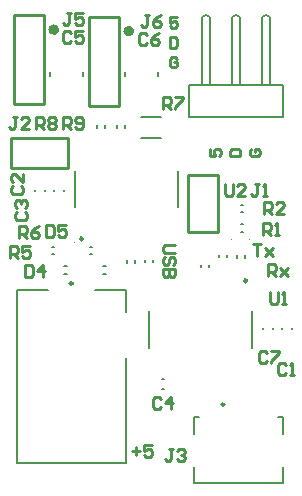
<source format=gto>
G04*
G04 #@! TF.GenerationSoftware,Altium Limited,Altium Designer,21.2.2 (38)*
G04*
G04 Layer_Color=65535*
%FSLAX25Y25*%
%MOIN*%
G70*
G04*
G04 #@! TF.SameCoordinates,88AEB5F1-5359-4116-BBE0-5A4BCC55C554*
G04*
G04*
G04 #@! TF.FilePolarity,Positive*
G04*
G01*
G75*
%ADD10C,0.00984*%
%ADD11C,0.00394*%
%ADD12C,0.01968*%
%ADD13C,0.00787*%
%ADD14C,0.01000*%
%ADD15C,0.00500*%
D10*
X21992Y61504D02*
G03*
X21992Y61504I-492J0D01*
G01*
X25394Y76366D02*
G03*
X25394Y76366I-492J0D01*
G01*
X80091Y62370D02*
G03*
X80091Y62370I-492J0D01*
G01*
X72574Y21149D02*
G03*
X72574Y21149I-492J0D01*
G01*
D11*
X80902Y76107D02*
G03*
X80902Y76107I-197J0D01*
G01*
X22539Y75205D02*
G03*
X22539Y75205I-197J0D01*
G01*
X27090Y68705D02*
G03*
X27090Y68705I-197J0D01*
G01*
X74902Y76209D02*
G03*
X74902Y76209I-197J0D01*
G01*
X50402Y74658D02*
G03*
X50402Y74658I-197J0D01*
G01*
D12*
X40886Y144841D02*
G03*
X40669Y144811I-216J757D01*
G01*
X15886Y145341D02*
G03*
X15669Y145311I-216J757D01*
G01*
D13*
X39610Y1760D02*
Y36504D01*
Y52055D02*
Y59240D01*
X3390D02*
X13724D01*
X29276D02*
X39610D01*
X3390Y1760D02*
Y59240D01*
Y1760D02*
X39610D01*
X76661Y70055D02*
Y70842D01*
X79299Y70055D02*
Y70842D01*
X15106Y73779D02*
X15894D01*
X15106Y71220D02*
X15894D01*
X77953Y85220D02*
X78740D01*
X77953Y87779D02*
X78740D01*
X85240Y150240D02*
X86500Y151028D01*
X87760Y150240D01*
X85240Y127701D02*
Y150240D01*
X87760Y127701D02*
Y150240D01*
X60909Y117110D02*
Y127701D01*
X92090D01*
Y117110D02*
Y127701D01*
X60909Y117110D02*
X92090D01*
X67760Y127701D02*
Y150240D01*
X65240Y127701D02*
Y150240D01*
X66500Y151028D02*
X67760Y150240D01*
X65240D02*
X66500Y151028D01*
X77760Y127701D02*
Y150240D01*
X75240Y127701D02*
Y150240D01*
X76500Y151028D02*
X77760Y150240D01*
X75240D02*
X76500Y151028D01*
X50512Y130541D02*
Y132107D01*
X39488Y130541D02*
Y132107D01*
X25512Y130541D02*
Y132107D01*
X14488Y130541D02*
Y132107D01*
X36720Y113453D02*
Y114240D01*
X39279Y113453D02*
Y114240D01*
X30220Y113453D02*
Y114240D01*
X32779Y113453D02*
Y114240D01*
X57224Y86898D02*
Y99102D01*
X22776Y86898D02*
Y99102D01*
X44637Y116961D02*
X51363D01*
X44637Y110039D02*
X51363D01*
X27606Y71161D02*
X28394D01*
X27606Y73799D02*
X28394D01*
X32157Y64661D02*
X32945D01*
X32157Y67299D02*
X32945D01*
X19260Y67279D02*
X20047D01*
X19260Y64720D02*
X20047D01*
X67279Y66953D02*
Y67740D01*
X64720Y66953D02*
Y67740D01*
X47276Y40028D02*
Y52232D01*
X81724Y40028D02*
Y52232D01*
X77953Y78720D02*
X78740D01*
X77953Y81279D02*
X78740D01*
X70661Y70157D02*
Y70945D01*
X73299Y70157D02*
Y70945D01*
X40220Y68453D02*
Y69240D01*
X42779Y68453D02*
Y69240D01*
X46161Y68606D02*
Y69394D01*
X48799Y68606D02*
Y69394D01*
X62436Y11200D02*
Y17015D01*
X64015D01*
X90385D02*
X91964D01*
Y11200D02*
Y17015D01*
Y-5032D02*
Y389D01*
X62436Y-5032D02*
X91964D01*
X62436D02*
Y389D01*
D14*
X70421Y78500D02*
Y97500D01*
X60579D02*
X70421D01*
X60579Y78500D02*
Y97500D01*
Y78500D02*
X70421D01*
X27579Y120697D02*
Y150421D01*
Y120697D02*
X37421D01*
X27579Y150421D02*
X37421D01*
Y120697D02*
Y150421D01*
X2579Y121197D02*
Y150921D01*
Y121197D02*
X12421D01*
X2579Y150921D02*
X12421D01*
Y121197D02*
Y150921D01*
X1500Y100079D02*
X20500D01*
Y109921D01*
X1500D02*
X20500D01*
X1500Y100079D02*
Y109921D01*
X56833Y150196D02*
X54500D01*
Y148447D01*
X55666Y149030D01*
X56249D01*
X56833Y148447D01*
Y147280D01*
X56249Y146697D01*
X55083D01*
X54500Y147280D01*
Y143597D02*
Y140099D01*
X56249D01*
X56833Y140682D01*
Y143014D01*
X56249Y143597D01*
X54500D01*
X56833Y136416D02*
X56249Y136999D01*
X55083D01*
X54500Y136416D01*
Y134083D01*
X55083Y133500D01*
X56249D01*
X56833Y134083D01*
Y135249D01*
X55666D01*
X67804Y106333D02*
Y104000D01*
X69553D01*
X68970Y105166D01*
Y105749D01*
X69553Y106333D01*
X70720D01*
X71303Y105749D01*
Y104583D01*
X70720Y104000D01*
X74402D02*
X77901D01*
Y105749D01*
X77318Y106333D01*
X74986D01*
X74402Y105749D01*
Y104000D01*
X81584Y106333D02*
X81001Y105749D01*
Y104583D01*
X81584Y104000D01*
X83917D01*
X84500Y104583D01*
Y105749D01*
X83917Y106333D01*
X82751D01*
Y105166D01*
X86834Y38333D02*
X86167Y38999D01*
X84834D01*
X84168Y38333D01*
Y35667D01*
X84834Y35001D01*
X86167D01*
X86834Y35667D01*
X88166Y38999D02*
X90832D01*
Y38333D01*
X88166Y35667D01*
Y35001D01*
X72668Y94499D02*
Y91167D01*
X73334Y90501D01*
X74667D01*
X75334Y91167D01*
Y94499D01*
X79332Y90501D02*
X76666D01*
X79332Y93166D01*
Y93833D01*
X78666Y94499D01*
X77333D01*
X76666Y93833D01*
X87834Y58499D02*
Y55167D01*
X88501Y54501D01*
X89834D01*
X90500Y55167D01*
Y58499D01*
X91833Y54501D02*
X93166D01*
X92499D01*
Y58499D01*
X91833Y57833D01*
X18668Y113001D02*
Y116999D01*
X20667D01*
X21334Y116333D01*
Y115000D01*
X20667Y114333D01*
X18668D01*
X20001D02*
X21334Y113001D01*
X22667Y113667D02*
X23333Y113001D01*
X24666D01*
X25332Y113667D01*
Y116333D01*
X24666Y116999D01*
X23333D01*
X22667Y116333D01*
Y115666D01*
X23333Y115000D01*
X25332D01*
X9668Y113001D02*
Y116999D01*
X11667D01*
X12333Y116333D01*
Y115000D01*
X11667Y114333D01*
X9668D01*
X11001D02*
X12333Y113001D01*
X13667Y116333D02*
X14333Y116999D01*
X15666D01*
X16332Y116333D01*
Y115666D01*
X15666Y115000D01*
X16332Y114333D01*
Y113667D01*
X15666Y113001D01*
X14333D01*
X13667Y113667D01*
Y114333D01*
X14333Y115000D01*
X13667Y115666D01*
Y116333D01*
X14333Y115000D02*
X15666D01*
X52168Y119501D02*
Y123499D01*
X54167D01*
X54834Y122833D01*
Y121500D01*
X54167Y120834D01*
X52168D01*
X53501D02*
X54834Y119501D01*
X56166Y123499D02*
X58832D01*
Y122833D01*
X56166Y120167D01*
Y119501D01*
X4168Y76501D02*
Y80499D01*
X6167D01*
X6833Y79833D01*
Y78500D01*
X6167Y77834D01*
X4168D01*
X5501D02*
X6833Y76501D01*
X10832Y80499D02*
X9499Y79833D01*
X8167Y78500D01*
Y77167D01*
X8833Y76501D01*
X10166D01*
X10832Y77167D01*
Y77834D01*
X10166Y78500D01*
X8167D01*
X1168Y70001D02*
Y73999D01*
X3167D01*
X3834Y73333D01*
Y72000D01*
X3167Y71334D01*
X1168D01*
X2501D02*
X3834Y70001D01*
X7832Y73999D02*
X5167D01*
Y72000D01*
X6499Y72666D01*
X7166D01*
X7832Y72000D01*
Y70667D01*
X7166Y70001D01*
X5833D01*
X5167Y70667D01*
X85668Y84501D02*
Y88499D01*
X87667D01*
X88334Y87833D01*
Y86500D01*
X87667Y85834D01*
X85668D01*
X87001D02*
X88334Y84501D01*
X92332D02*
X89666D01*
X92332Y87166D01*
Y87833D01*
X91666Y88499D01*
X90333D01*
X89666Y87833D01*
X85334Y77501D02*
Y81499D01*
X87334D01*
X88000Y80833D01*
Y79500D01*
X87334Y78834D01*
X85334D01*
X86667D02*
X88000Y77501D01*
X89333D02*
X90666D01*
X89999D01*
Y81499D01*
X89333Y80833D01*
X47334Y150999D02*
X46001D01*
X46667D01*
Y147667D01*
X46001Y147001D01*
X45334D01*
X44668Y147667D01*
X51332Y150999D02*
X49999Y150333D01*
X48667Y149000D01*
Y147667D01*
X49333Y147001D01*
X50666D01*
X51332Y147667D01*
Y148334D01*
X50666Y149000D01*
X48667D01*
X21334Y151499D02*
X20001D01*
X20667D01*
Y148167D01*
X20001Y147501D01*
X19334D01*
X18668Y148167D01*
X25332Y151499D02*
X22667D01*
Y149500D01*
X23999Y150166D01*
X24666D01*
X25332Y149500D01*
Y148167D01*
X24666Y147501D01*
X23333D01*
X22667Y148167D01*
X41668Y5500D02*
X44334D01*
X43001Y6833D02*
Y4167D01*
X48332Y7499D02*
X45667D01*
Y5500D01*
X46999Y6166D01*
X47666D01*
X48332Y5500D01*
Y4167D01*
X47666Y3501D01*
X46333D01*
X45667Y4167D01*
X55362Y6294D02*
X54029D01*
X54696D01*
Y2962D01*
X54029Y2295D01*
X53363D01*
X52697Y2962D01*
X56695Y5627D02*
X57362Y6294D01*
X58695D01*
X59361Y5627D01*
Y4961D01*
X58695Y4295D01*
X58028D01*
X58695D01*
X59361Y3628D01*
Y2962D01*
X58695Y2295D01*
X57362D01*
X56695Y2962D01*
X3334Y116999D02*
X2001D01*
X2667D01*
Y113667D01*
X2001Y113001D01*
X1334D01*
X668Y113667D01*
X7332Y113001D02*
X4667D01*
X7332Y115666D01*
Y116333D01*
X6666Y116999D01*
X5333D01*
X4667Y116333D01*
X84000Y94499D02*
X82667D01*
X83334D01*
Y91167D01*
X82667Y90501D01*
X82001D01*
X81334Y91167D01*
X85333Y90501D02*
X86666D01*
X85999D01*
Y94499D01*
X85333Y93833D01*
X13168Y80999D02*
Y77001D01*
X15167D01*
X15834Y77667D01*
Y80333D01*
X15167Y80999D01*
X13168D01*
X19832D02*
X17166D01*
Y79000D01*
X18499Y79666D01*
X19166D01*
X19832Y79000D01*
Y77667D01*
X19166Y77001D01*
X17833D01*
X17166Y77667D01*
X6168Y67499D02*
Y63501D01*
X8167D01*
X8833Y64167D01*
Y66833D01*
X8167Y67499D01*
X6168D01*
X12166Y63501D02*
Y67499D01*
X10166Y65500D01*
X12832D01*
X55999Y74332D02*
X52667D01*
X52001Y73665D01*
Y72332D01*
X52667Y71666D01*
X55999D01*
X55333Y67667D02*
X55999Y68334D01*
Y69666D01*
X55333Y70333D01*
X54666D01*
X54000Y69666D01*
Y68334D01*
X53333Y67667D01*
X52667D01*
X52001Y68334D01*
Y69666D01*
X52667Y70333D01*
X55999Y66334D02*
X52001D01*
Y64335D01*
X52667Y63668D01*
X53333D01*
X54000Y64335D01*
Y66334D01*
Y64335D01*
X54666Y63668D01*
X55333D01*
X55999Y64335D01*
Y66334D01*
X82168Y74499D02*
X84834D01*
X83501D01*
Y70501D01*
X86167Y73166D02*
X88832Y70501D01*
X87499Y71834D01*
X88832Y73166D01*
X86167Y70501D01*
X87168Y64001D02*
Y67999D01*
X89167D01*
X89834Y67333D01*
Y66000D01*
X89167Y65334D01*
X87168D01*
X88501D02*
X89834Y64001D01*
X91167Y66666D02*
X93832Y64001D01*
X92499Y65334D01*
X93832Y66666D01*
X91167Y64001D01*
X46834Y144333D02*
X46167Y144999D01*
X44834D01*
X44168Y144333D01*
Y141667D01*
X44834Y141001D01*
X46167D01*
X46834Y141667D01*
X50832Y144999D02*
X49499Y144333D01*
X48166Y143000D01*
Y141667D01*
X48833Y141001D01*
X50166D01*
X50832Y141667D01*
Y142333D01*
X50166Y143000D01*
X48166D01*
X21533Y144833D02*
X20867Y145499D01*
X19534D01*
X18868Y144833D01*
Y142167D01*
X19534Y141501D01*
X20867D01*
X21533Y142167D01*
X25532Y145499D02*
X22866D01*
Y143500D01*
X24199Y144167D01*
X24866D01*
X25532Y143500D01*
Y142167D01*
X24866Y141501D01*
X23533D01*
X22866Y142167D01*
X51334Y22833D02*
X50667Y23499D01*
X49334D01*
X48668Y22833D01*
Y20167D01*
X49334Y19501D01*
X50667D01*
X51334Y20167D01*
X54666Y19501D02*
Y23499D01*
X52666Y21500D01*
X55332D01*
X3567Y85234D02*
X2901Y84567D01*
Y83234D01*
X3567Y82568D01*
X6233D01*
X6899Y83234D01*
Y84567D01*
X6233Y85234D01*
X3567Y86567D02*
X2901Y87233D01*
Y88566D01*
X3567Y89232D01*
X4234D01*
X4900Y88566D01*
Y87899D01*
Y88566D01*
X5566Y89232D01*
X6233D01*
X6899Y88566D01*
Y87233D01*
X6233Y86567D01*
X2167Y93934D02*
X1501Y93267D01*
Y91934D01*
X2167Y91268D01*
X4833D01*
X5499Y91934D01*
Y93267D01*
X4833Y93934D01*
X5499Y97932D02*
Y95266D01*
X2833Y97932D01*
X2167D01*
X1501Y97266D01*
Y95933D01*
X2167Y95266D01*
X93000Y34333D02*
X92334Y34999D01*
X91001D01*
X90334Y34333D01*
Y31667D01*
X91001Y31001D01*
X92334D01*
X93000Y31667D01*
X94333Y31001D02*
X95666D01*
X94999D01*
Y34999D01*
X94333Y34333D01*
D15*
X9400Y92200D02*
Y92800D01*
X12600Y92200D02*
Y92800D01*
X15900Y92200D02*
Y92800D01*
X19100Y92200D02*
Y92800D01*
X51700Y26400D02*
X52300D01*
X51700Y29600D02*
X52300D01*
X95100Y46200D02*
Y46800D01*
X91900Y46200D02*
Y46800D01*
X88600Y46200D02*
Y46800D01*
X85400Y46200D02*
Y46800D01*
M02*

</source>
